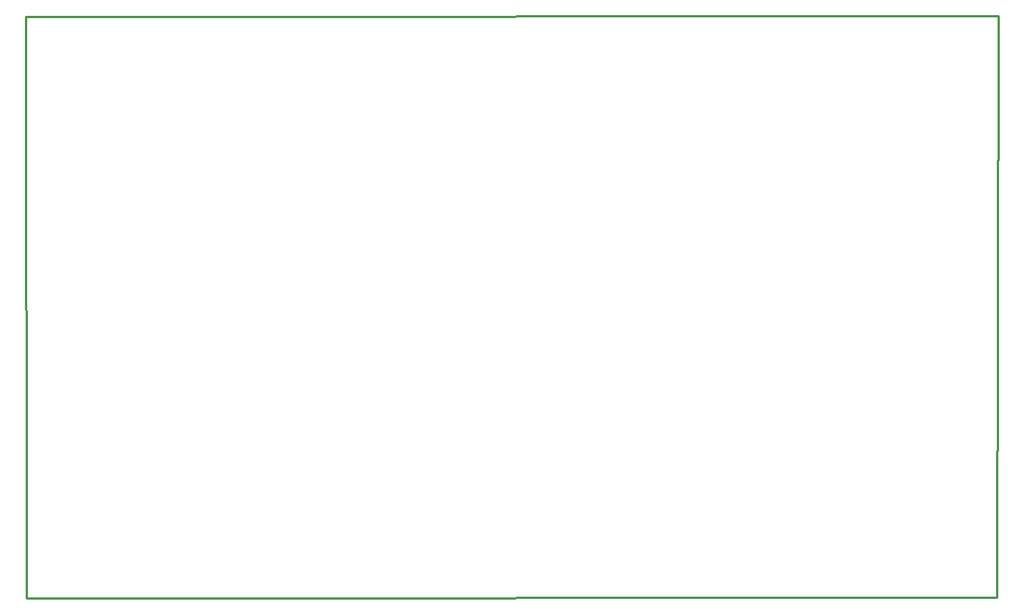
<source format=gbr>
G04 EAGLE Gerber RS-274X export*
G75*
%MOMM*%
%FSLAX34Y34*%
%LPD*%
%IN*%
%IPPOS*%
%AMOC8*
5,1,8,0,0,1.08239X$1,22.5*%
G01*
%ADD10C,0.254000*%


D10*
X-1270Y652020D02*
X0Y0D01*
X1087320Y1270D01*
X1088590Y653290D01*
X-1270Y652020D01*
M02*

</source>
